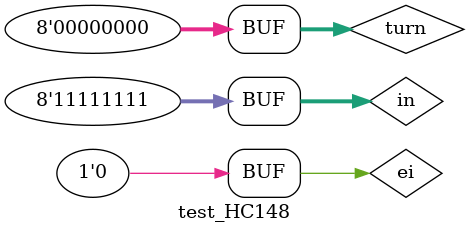
<source format=v>


`timescale 1ns/100ps

module test_HC148;
reg ei;
reg [7:0]turn;
wire [7:0]in=~turn;
wire [2:0]out;
wire eo,gs;
HC148 u(ei,in,out,eo,gs);
initial
begin
    ei=1;turn=8'b1;
    repeat(8)
        #10 turn = turn <<1;
    ei=0;turn = turn <<1;
    repeat(8)
        #10 turn = turn<<1;
end
endmodule


</source>
